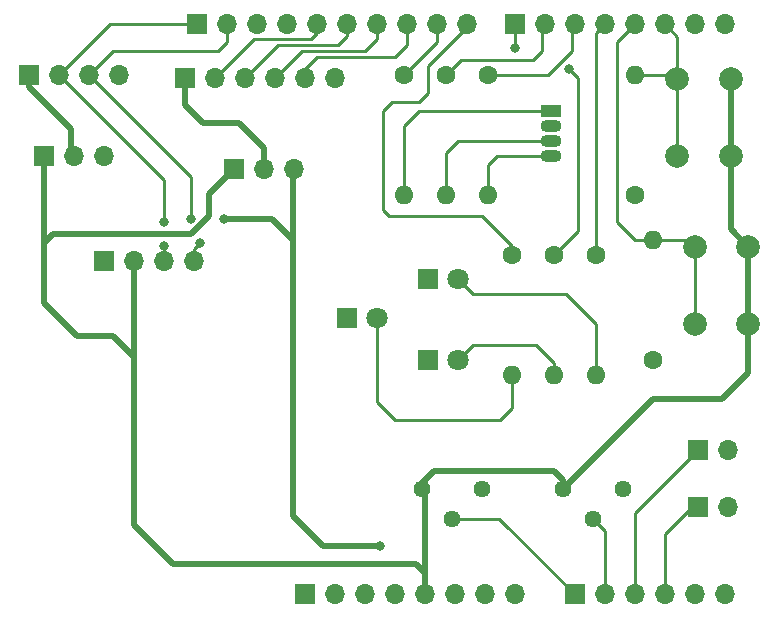
<source format=gbr>
%TF.GenerationSoftware,KiCad,Pcbnew,7.0.1*%
%TF.CreationDate,2024-01-27T23:50:39-07:00*%
%TF.ProjectId,Uno_Shield_PhaseB,556e6f5f-5368-4696-956c-645f50686173,rev?*%
%TF.SameCoordinates,Original*%
%TF.FileFunction,Copper,L1,Top*%
%TF.FilePolarity,Positive*%
%FSLAX46Y46*%
G04 Gerber Fmt 4.6, Leading zero omitted, Abs format (unit mm)*
G04 Created by KiCad (PCBNEW 7.0.1) date 2024-01-27 23:50:39*
%MOMM*%
%LPD*%
G01*
G04 APERTURE LIST*
%TA.AperFunction,ComponentPad*%
%ADD10R,1.800000X1.070000*%
%TD*%
%TA.AperFunction,ComponentPad*%
%ADD11O,1.800000X1.070000*%
%TD*%
%TA.AperFunction,ComponentPad*%
%ADD12C,1.440000*%
%TD*%
%TA.AperFunction,ComponentPad*%
%ADD13R,1.700000X1.700000*%
%TD*%
%TA.AperFunction,ComponentPad*%
%ADD14O,1.700000X1.700000*%
%TD*%
%TA.AperFunction,ComponentPad*%
%ADD15C,1.600000*%
%TD*%
%TA.AperFunction,ComponentPad*%
%ADD16O,1.600000X1.600000*%
%TD*%
%TA.AperFunction,ComponentPad*%
%ADD17C,2.000000*%
%TD*%
%TA.AperFunction,ComponentPad*%
%ADD18R,1.800000X1.800000*%
%TD*%
%TA.AperFunction,ComponentPad*%
%ADD19C,1.800000*%
%TD*%
%TA.AperFunction,ViaPad*%
%ADD20C,0.800000*%
%TD*%
%TA.AperFunction,Conductor*%
%ADD21C,0.254000*%
%TD*%
%TA.AperFunction,Conductor*%
%ADD22C,0.508000*%
%TD*%
G04 APERTURE END LIST*
D10*
%TO.P,D5,2,RA*%
%TO.N,Net-(D5-RA)*%
X148768000Y-56566000D03*
D11*
%TO.P,D5,1,K*%
%TO.N,GND*%
X148768000Y-57836000D03*
%TO.P,D5,3,GA*%
%TO.N,Net-(D5-GA)*%
X148768000Y-59106000D03*
%TO.P,D5,4,BA*%
%TO.N,Net-(D5-BA)*%
X148768000Y-60376000D03*
%TD*%
D12*
%TO.P,RV2,1,1*%
%TO.N,+5V*%
X149784000Y-88570000D03*
%TO.P,RV2,2,2*%
%TO.N,POT_2*%
X152324000Y-91110000D03*
%TO.P,RV2,3,3*%
%TO.N,GND*%
X154864000Y-88570000D03*
%TD*%
%TO.P,RV1,1,1*%
%TO.N,+5V*%
X137846000Y-88555000D03*
%TO.P,RV1,2,2*%
%TO.N,POT_1*%
X140386000Y-91095000D03*
%TO.P,RV1,3,3*%
%TO.N,GND*%
X142926000Y-88555000D03*
%TD*%
D13*
%TO.P,J4,1,Pin_1*%
%TO.N,GREEN_LED*%
X145720000Y-49200000D03*
D14*
%TO.P,J4,2,Pin_2*%
%TO.N,RGB_GREEN*%
X148260000Y-49200000D03*
%TO.P,J4,3,Pin_3*%
%TO.N,RGB_BLUE*%
X150800000Y-49200000D03*
%TO.P,J4,4,Pin_4*%
%TO.N,RED_LED*%
X153340000Y-49200000D03*
%TO.P,J4,5,Pin_5*%
%TO.N,BUTTON_2*%
X155880000Y-49200000D03*
%TO.P,J4,6,Pin_6*%
%TO.N,BUTTON_1*%
X158420000Y-49200000D03*
%TO.P,J4,7,Pin_7*%
%TO.N,/TX{slash}1*%
X160960000Y-49200000D03*
%TO.P,J4,8,Pin_8*%
%TO.N,/RX{slash}0*%
X163500000Y-49200000D03*
%TD*%
D13*
%TO.P,J3,1,Pin_1*%
%TO.N,POT_1*%
X150800000Y-97460000D03*
D14*
%TO.P,J3,2,Pin_2*%
%TO.N,POT_2*%
X153340000Y-97460000D03*
%TO.P,J3,3,Pin_3*%
%TO.N,A2*%
X155880000Y-97460000D03*
%TO.P,J3,4,Pin_4*%
%TO.N,A3*%
X158420000Y-97460000D03*
%TO.P,J3,5,Pin_5*%
%TO.N,unconnected-(J3-Pin_5-Pad5)*%
X160960000Y-97460000D03*
%TO.P,J3,6,Pin_6*%
%TO.N,unconnected-(J3-Pin_6-Pad6)*%
X163500000Y-97460000D03*
%TD*%
D13*
%TO.P,J2,1,Pin_1*%
%TO.N,I2C_Clock*%
X118796000Y-49200000D03*
D14*
%TO.P,J2,2,Pin_2*%
%TO.N,I2C_Data*%
X121336000Y-49200000D03*
%TO.P,J2,3,Pin_3*%
%TO.N,/AREF*%
X123876000Y-49200000D03*
%TO.P,J2,4,Pin_4*%
%TO.N,GND*%
X126416000Y-49200000D03*
%TO.P,J2,5,Pin_5*%
%TO.N,SPI_SCK*%
X128956000Y-49200000D03*
%TO.P,J2,6,Pin_6*%
%TO.N,SPI_MISO*%
X131496000Y-49200000D03*
%TO.P,J2,7,Pin_7*%
%TO.N,SPI_MOSI*%
X134036000Y-49200000D03*
%TO.P,J2,8,Pin_8*%
%TO.N,SPI_SS*%
X136576000Y-49200000D03*
%TO.P,J2,9,Pin_9*%
%TO.N,RGB_RED*%
X139116000Y-49200000D03*
%TO.P,J2,10,Pin_10*%
%TO.N,BLUE_LED*%
X141656000Y-49200000D03*
%TD*%
D13*
%TO.P,J1,1,Pin_1*%
%TO.N,unconnected-(J1-Pin_1-Pad1)*%
X127940000Y-97460000D03*
D14*
%TO.P,J1,2,Pin_2*%
%TO.N,/IOREF*%
X130480000Y-97460000D03*
%TO.P,J1,3,Pin_3*%
%TO.N,/~{RESET}*%
X133020000Y-97460000D03*
%TO.P,J1,4,Pin_4*%
%TO.N,+3V3*%
X135560000Y-97460000D03*
%TO.P,J1,5,Pin_5*%
%TO.N,+5V*%
X138100000Y-97460000D03*
%TO.P,J1,6,Pin_6*%
%TO.N,GND*%
X140640000Y-97460000D03*
%TO.P,J1,7,Pin_7*%
X143180000Y-97460000D03*
%TO.P,J1,8,Pin_8*%
%TO.N,VCC*%
X145720000Y-97460000D03*
%TD*%
D15*
%TO.P,R10,1*%
%TO.N,GND*%
X157404000Y-77648000D03*
D16*
%TO.P,R10,2*%
%TO.N,BUTTON_2*%
X157404000Y-67488000D03*
%TD*%
D15*
%TO.P,R4,1*%
%TO.N,GND*%
X155880000Y-63678000D03*
D16*
%TO.P,R4,2*%
%TO.N,BUTTON_1*%
X155880000Y-53518000D03*
%TD*%
D15*
%TO.P,R3,1*%
%TO.N,BLUE_LED*%
X145466000Y-68758000D03*
D16*
%TO.P,R3,2*%
%TO.N,Net-(D3-A)*%
X145466000Y-78918000D03*
%TD*%
D15*
%TO.P,R2,1*%
%TO.N,GREEN_LED*%
X149022000Y-68758000D03*
D16*
%TO.P,R2,2*%
%TO.N,Net-(D2-A)*%
X149022000Y-78918000D03*
%TD*%
D15*
%TO.P,R1,1*%
%TO.N,RED_LED*%
X152578000Y-68758000D03*
D16*
%TO.P,R1,2*%
%TO.N,Net-(D1-A)*%
X152578000Y-78918000D03*
%TD*%
D15*
%TO.P,R13,1*%
%TO.N,RGB_RED*%
X136322000Y-53518000D03*
D16*
%TO.P,R13,2*%
%TO.N,Net-(D5-RA)*%
X136322000Y-63678000D03*
%TD*%
D15*
%TO.P,R12,1*%
%TO.N,RGB_GREEN*%
X139878000Y-53518000D03*
D16*
%TO.P,R12,2*%
%TO.N,Net-(D5-GA)*%
X139878000Y-63678000D03*
%TD*%
D15*
%TO.P,R11,1*%
%TO.N,RGB_BLUE*%
X143434000Y-53518000D03*
D16*
%TO.P,R11,2*%
%TO.N,Net-(D5-BA)*%
X143434000Y-63678000D03*
%TD*%
D17*
%TO.P,SW3,1,A*%
%TO.N,BUTTON_2*%
X160996000Y-74548000D03*
X160996000Y-68048000D03*
%TO.P,SW3,2,B*%
%TO.N,+5V*%
X165496000Y-74548000D03*
X165496000Y-68048000D03*
%TD*%
%TO.P,SW1,2,B*%
%TO.N,+5V*%
X164008000Y-53876000D03*
X164008000Y-60376000D03*
%TO.P,SW1,1,A*%
%TO.N,BUTTON_1*%
X159508000Y-53876000D03*
X159508000Y-60376000D03*
%TD*%
D14*
%TO.P,J11,4,Pin_4*%
%TO.N,I2C_Data*%
X118542000Y-69266000D03*
%TO.P,J11,3,Pin_3*%
%TO.N,I2C_Clock*%
X116002000Y-69266000D03*
%TO.P,J11,2,Pin_2*%
%TO.N,+5V*%
X113462000Y-69266000D03*
D13*
%TO.P,J11,1,Pin_1*%
%TO.N,GND*%
X110922000Y-69266000D03*
%TD*%
%TO.P,J10,1,Pin_1*%
%TO.N,+5V*%
X121941000Y-61452000D03*
D14*
%TO.P,J10,2,Pin_2*%
%TO.N,SPI_Vcc*%
X124481000Y-61452000D03*
%TO.P,J10,3,Pin_3*%
%TO.N,+3V3*%
X127021000Y-61452000D03*
%TD*%
%TO.P,J9,3,Pin_3*%
%TO.N,+3V3*%
X110922000Y-60376000D03*
%TO.P,J9,2,Pin_2*%
%TO.N,I2C_Vcc*%
X108382000Y-60376000D03*
D13*
%TO.P,J9,1,Pin_1*%
%TO.N,+5V*%
X105842000Y-60376000D03*
%TD*%
D14*
%TO.P,J8,4,Pin_4*%
%TO.N,GND*%
X112192000Y-53518000D03*
%TO.P,J8,3,Pin_3*%
%TO.N,I2C_Data*%
X109652000Y-53518000D03*
%TO.P,J8,2,Pin_2*%
%TO.N,I2C_Clock*%
X107112000Y-53518000D03*
D13*
%TO.P,J8,1,Pin_1*%
%TO.N,I2C_Vcc*%
X104572000Y-53518000D03*
%TD*%
D14*
%TO.P,J7,6,Pin_6*%
%TO.N,GND*%
X130480000Y-53772000D03*
%TO.P,J7,5,Pin_5*%
%TO.N,SPI_SS*%
X127940000Y-53772000D03*
%TO.P,J7,4,Pin_4*%
%TO.N,SPI_MOSI*%
X125400000Y-53772000D03*
%TO.P,J7,3,Pin_3*%
%TO.N,SPI_MISO*%
X122860000Y-53772000D03*
%TO.P,J7,2,Pin_2*%
%TO.N,SPI_SCK*%
X120320000Y-53772000D03*
D13*
%TO.P,J7,1,Pin_1*%
%TO.N,SPI_Vcc*%
X117780000Y-53772000D03*
%TD*%
%TO.P,J6,1,Pin_1*%
%TO.N,A3*%
X161214000Y-90094000D03*
D14*
%TO.P,J6,2,Pin_2*%
%TO.N,GND*%
X163754000Y-90094000D03*
%TD*%
D13*
%TO.P,J5,1,Pin_1*%
%TO.N,A2*%
X161209000Y-85268000D03*
D14*
%TO.P,J5,2,Pin_2*%
%TO.N,GND*%
X163749000Y-85268000D03*
%TD*%
D18*
%TO.P,D3,1,K*%
%TO.N,GND*%
X131496000Y-74092000D03*
D19*
%TO.P,D3,2,A*%
%TO.N,Net-(D3-A)*%
X134036000Y-74092000D03*
%TD*%
D18*
%TO.P,D2,1,K*%
%TO.N,GND*%
X138354000Y-77648000D03*
D19*
%TO.P,D2,2,A*%
%TO.N,Net-(D2-A)*%
X140894000Y-77648000D03*
%TD*%
%TO.P,D1,2,A*%
%TO.N,Net-(D1-A)*%
X140894000Y-70790000D03*
D18*
%TO.P,D1,1,K*%
%TO.N,GND*%
X138354000Y-70790000D03*
%TD*%
D20*
%TO.N,GREEN_LED*%
X150292000Y-53010000D03*
X145720000Y-51232000D03*
%TO.N,+3V3*%
X121082000Y-65710000D03*
%TO.N,I2C_Data*%
X118288000Y-65710000D03*
X119050000Y-67742000D03*
%TO.N,I2C_Clock*%
X116002000Y-65964000D03*
X116002000Y-67996000D03*
%TO.N,+3V3*%
X134290000Y-93396000D03*
%TD*%
D21*
%TO.N,GREEN_LED*%
X145720000Y-51232000D02*
X145720000Y-49200000D01*
X151054000Y-53772000D02*
X150292000Y-53010000D01*
D22*
%TO.N,+3V3*%
X121082000Y-65710000D02*
X125146000Y-65710000D01*
X126924000Y-67488000D02*
X126924000Y-61549000D01*
X126924000Y-90856000D02*
X126924000Y-67488000D01*
X125146000Y-65710000D02*
X126924000Y-67488000D01*
D21*
%TO.N,I2C_Data*%
X118288000Y-62154000D02*
X109652000Y-53518000D01*
X118288000Y-65710000D02*
X118288000Y-62154000D01*
X118542000Y-69266000D02*
X118542000Y-68250000D01*
X118542000Y-68250000D02*
X119050000Y-67742000D01*
%TO.N,I2C_Clock*%
X116002000Y-62408000D02*
X115748000Y-62154000D01*
X116002000Y-65964000D02*
X116002000Y-62408000D01*
X116002000Y-69266000D02*
X116002000Y-67996000D01*
D22*
%TO.N,+3V3*%
X126924000Y-61549000D02*
X127021000Y-61452000D01*
X129464000Y-93396000D02*
X126924000Y-90856000D01*
X134290000Y-93396000D02*
X129464000Y-93396000D01*
D21*
%TO.N,GREEN_LED*%
X151054000Y-66726000D02*
X151054000Y-53772000D01*
X149022000Y-68758000D02*
X151054000Y-66726000D01*
%TO.N,BLUE_LED*%
X141656000Y-49454000D02*
X141656000Y-49200000D01*
X138354000Y-52756000D02*
X141656000Y-49454000D01*
X135306000Y-55804000D02*
X137592000Y-55804000D01*
X138354000Y-55042000D02*
X138354000Y-52756000D01*
X134544000Y-56566000D02*
X135306000Y-55804000D01*
X134544000Y-64948000D02*
X134544000Y-56566000D01*
X137592000Y-55804000D02*
X138354000Y-55042000D01*
X135052000Y-65456000D02*
X134544000Y-64948000D01*
X142926000Y-65456000D02*
X135052000Y-65456000D01*
X145466000Y-67996000D02*
X142926000Y-65456000D01*
X145466000Y-68758000D02*
X145466000Y-67996000D01*
%TO.N,RED_LED*%
X152578000Y-49962000D02*
X153340000Y-49200000D01*
X152578000Y-68758000D02*
X152578000Y-49962000D01*
%TO.N,Net-(D1-A)*%
X150038000Y-72060000D02*
X152578000Y-74600000D01*
X152578000Y-74600000D02*
X152578000Y-78918000D01*
X142164000Y-72060000D02*
X150038000Y-72060000D01*
X140894000Y-70790000D02*
X142164000Y-72060000D01*
%TO.N,Net-(D2-A)*%
X149022000Y-77902000D02*
X149022000Y-78918000D01*
X147498000Y-76378000D02*
X149022000Y-77902000D01*
X142164000Y-76378000D02*
X147498000Y-76378000D01*
X140894000Y-77648000D02*
X142164000Y-76378000D01*
%TO.N,Net-(D3-A)*%
X145466000Y-81712000D02*
X145466000Y-78918000D01*
X144450000Y-82728000D02*
X145466000Y-81712000D01*
X135560000Y-82728000D02*
X144450000Y-82728000D01*
X134036000Y-81204000D02*
X135560000Y-82728000D01*
X134036000Y-74092000D02*
X134036000Y-81204000D01*
%TO.N,I2C_Clock*%
X107112000Y-53518000D02*
X115748000Y-62154000D01*
D22*
%TO.N,SPI_Vcc*%
X117780000Y-56058000D02*
X117780000Y-53772000D01*
X119304000Y-57582000D02*
X117780000Y-56058000D01*
X122352000Y-57582000D02*
X119304000Y-57582000D01*
X124481000Y-59711000D02*
X122352000Y-57582000D01*
X124481000Y-61452000D02*
X124481000Y-59711000D01*
%TO.N,I2C_Vcc*%
X108128000Y-60122000D02*
X108382000Y-60376000D01*
X104572000Y-54534000D02*
X108128000Y-58090000D01*
X104572000Y-53518000D02*
X104572000Y-54534000D01*
X108128000Y-58090000D02*
X108128000Y-60122000D01*
D21*
%TO.N,I2C_Clock*%
X111430000Y-49200000D02*
X118796000Y-49200000D01*
X107112000Y-53518000D02*
X111430000Y-49200000D01*
%TO.N,I2C_Data*%
X121336000Y-50724000D02*
X121336000Y-49200000D01*
X111684000Y-51486000D02*
X120574000Y-51486000D01*
X120574000Y-51486000D02*
X121336000Y-50724000D01*
X109652000Y-53518000D02*
X111684000Y-51486000D01*
%TO.N,SPI_SCK*%
X128956000Y-49962000D02*
X128956000Y-49200000D01*
X128448000Y-50470000D02*
X128956000Y-49962000D01*
X123622000Y-50470000D02*
X128448000Y-50470000D01*
X120320000Y-53772000D02*
X123622000Y-50470000D01*
%TO.N,SPI_MISO*%
X131496000Y-50216000D02*
X131496000Y-49200000D01*
X130734000Y-50978000D02*
X131496000Y-50216000D01*
X122860000Y-53772000D02*
X125654000Y-50978000D01*
X125654000Y-50978000D02*
X130734000Y-50978000D01*
%TO.N,SPI_MOSI*%
X134036000Y-50470000D02*
X134036000Y-49200000D01*
X127686000Y-51486000D02*
X133020000Y-51486000D01*
X133020000Y-51486000D02*
X134036000Y-50470000D01*
X125400000Y-53772000D02*
X127686000Y-51486000D01*
%TO.N,SPI_SS*%
X136576000Y-50978000D02*
X136576000Y-49200000D01*
X135560000Y-51994000D02*
X136576000Y-50978000D01*
X128956000Y-51994000D02*
X135560000Y-51994000D01*
X127940000Y-53010000D02*
X128956000Y-51994000D01*
X127940000Y-53772000D02*
X127940000Y-53010000D01*
%TO.N,Net-(D5-BA)*%
X143434000Y-61138000D02*
X143434000Y-63678000D01*
X144196000Y-60376000D02*
X143434000Y-61138000D01*
X148768000Y-60376000D02*
X144196000Y-60376000D01*
%TO.N,Net-(D5-GA)*%
X139878000Y-60122000D02*
X139878000Y-63678000D01*
X140894000Y-59106000D02*
X139878000Y-60122000D01*
X148768000Y-59106000D02*
X140894000Y-59106000D01*
%TO.N,Net-(D5-RA)*%
X136322000Y-57836000D02*
X136322000Y-63678000D01*
X137592000Y-56566000D02*
X136322000Y-57836000D01*
X148768000Y-56566000D02*
X137592000Y-56566000D01*
%TO.N,RGB_RED*%
X139116000Y-50724000D02*
X139116000Y-49200000D01*
X136322000Y-53518000D02*
X139116000Y-50724000D01*
%TO.N,RGB_GREEN*%
X148006000Y-49454000D02*
X148260000Y-49200000D01*
X148006000Y-51486000D02*
X148006000Y-49454000D01*
X147244000Y-52248000D02*
X148006000Y-51486000D01*
X141148000Y-52248000D02*
X147244000Y-52248000D01*
X139878000Y-53518000D02*
X141148000Y-52248000D01*
%TO.N,RGB_BLUE*%
X150546000Y-51486000D02*
X150546000Y-49454000D01*
X148514000Y-53518000D02*
X150546000Y-51486000D01*
X143434000Y-53518000D02*
X148514000Y-53518000D01*
X150546000Y-49454000D02*
X150800000Y-49200000D01*
%TO.N,POT_1*%
X144435000Y-91095000D02*
X140386000Y-91095000D01*
X150800000Y-97460000D02*
X144435000Y-91095000D01*
%TO.N,POT_2*%
X153340000Y-92126000D02*
X152324000Y-91110000D01*
X153340000Y-97460000D02*
X153340000Y-92126000D01*
%TO.N,A2*%
X155880000Y-90597000D02*
X161209000Y-85268000D01*
X155880000Y-97460000D02*
X155880000Y-90597000D01*
%TO.N,A3*%
X158420000Y-92380000D02*
X160706000Y-90094000D01*
X158420000Y-97460000D02*
X158420000Y-92380000D01*
X160706000Y-90094000D02*
X161214000Y-90094000D01*
D22*
%TO.N,+5V*%
X165496000Y-78700000D02*
X165496000Y-74548000D01*
X163246000Y-80950000D02*
X165496000Y-78700000D01*
X157404000Y-80950000D02*
X163246000Y-80950000D01*
X149784000Y-88570000D02*
X157404000Y-80950000D01*
X149784000Y-87808000D02*
X149784000Y-88570000D01*
X149022000Y-87046000D02*
X149784000Y-87808000D01*
X138862000Y-87046000D02*
X149022000Y-87046000D01*
X137846000Y-88062000D02*
X138862000Y-87046000D01*
X137846000Y-88555000D02*
X137846000Y-88062000D01*
X165496000Y-74548000D02*
X165496000Y-68048000D01*
X164008000Y-66560000D02*
X165496000Y-68048000D01*
X164008000Y-60376000D02*
X164008000Y-66560000D01*
D21*
%TO.N,BUTTON_2*%
X154356000Y-65964000D02*
X155880000Y-67488000D01*
X154356000Y-50724000D02*
X154356000Y-65964000D01*
X155880000Y-49200000D02*
X154356000Y-50724000D01*
X155880000Y-67488000D02*
X157404000Y-67488000D01*
X160436000Y-67488000D02*
X160996000Y-68048000D01*
X157404000Y-67488000D02*
X160436000Y-67488000D01*
%TO.N,BUTTON_1*%
X159150000Y-53518000D02*
X159508000Y-53876000D01*
X155880000Y-53518000D02*
X159150000Y-53518000D01*
X159508000Y-50288000D02*
X158420000Y-49200000D01*
X159508000Y-53876000D02*
X159508000Y-50288000D01*
%TO.N,BUTTON_2*%
X160996000Y-74548000D02*
X160996000Y-68048000D01*
%TO.N,BUTTON_1*%
X159508000Y-60376000D02*
X159508000Y-53876000D01*
D22*
%TO.N,+5V*%
X165278000Y-74766000D02*
X165496000Y-74548000D01*
X164008000Y-53876000D02*
X164008000Y-60376000D01*
X119812000Y-65456000D02*
X119812000Y-63581000D01*
X119812000Y-63581000D02*
X121941000Y-61452000D01*
X106604000Y-66980000D02*
X118288000Y-66980000D01*
X105842000Y-69774000D02*
X105842000Y-67742000D01*
X105842000Y-67742000D02*
X106604000Y-66980000D01*
X118288000Y-66980000D02*
X119812000Y-65456000D01*
X105842000Y-69774000D02*
X105842000Y-60376000D01*
X105842000Y-72822000D02*
X105842000Y-69774000D01*
X111684000Y-75616000D02*
X108636000Y-75616000D01*
X113462000Y-77394000D02*
X111684000Y-75616000D01*
X113462000Y-77394000D02*
X113462000Y-69266000D01*
X113462000Y-91618000D02*
X113462000Y-77394000D01*
X108636000Y-75616000D02*
X105842000Y-72822000D01*
X116764000Y-94920000D02*
X113462000Y-91618000D01*
X137338000Y-94920000D02*
X116764000Y-94920000D01*
X138100000Y-95682000D02*
X137338000Y-94920000D01*
X138100000Y-96190000D02*
X138100000Y-95682000D01*
X138100000Y-97460000D02*
X138100000Y-96190000D01*
X138100000Y-88809000D02*
X137846000Y-88555000D01*
X138100000Y-97460000D02*
X138100000Y-88809000D01*
%TD*%
M02*

</source>
